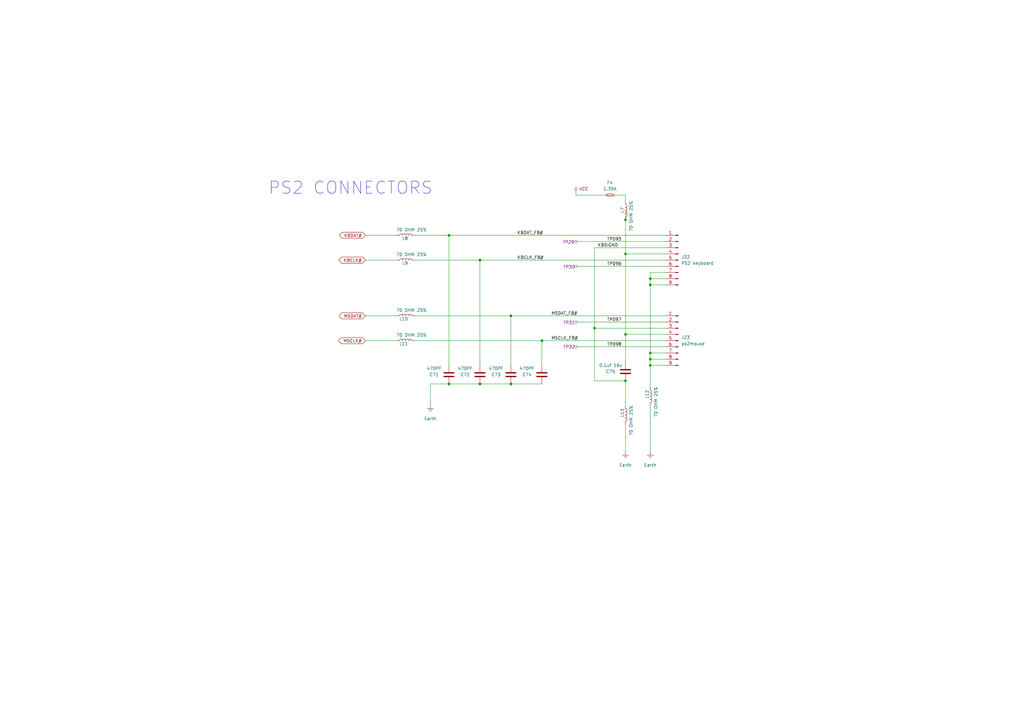
<source format=kicad_sch>
(kicad_sch
	(version 20241004)
	(generator "eeschema")
	(generator_version "8.99")
	(uuid "c21d09c4-6e55-413b-846c-46e45027be87")
	(paper "A3")
	(title_block
		(date "Thursday, April 09, 1998")
		(rev "1.0")
	)
	(lib_symbols
		(symbol "Connector:Conn_01x09_Pin"
			(pin_names
				(offset 1.016)
				(hide yes)
			)
			(exclude_from_sim no)
			(in_bom yes)
			(on_board yes)
			(property "Reference" "J"
				(at 0 12.7 0)
				(effects
					(font
						(size 1.27 1.27)
					)
				)
			)
			(property "Value" "Conn_01x09_Pin"
				(at 0 -12.7 0)
				(effects
					(font
						(size 1.27 1.27)
					)
				)
			)
			(property "Footprint" ""
				(at 0 0 0)
				(effects
					(font
						(size 1.27 1.27)
					)
					(hide yes)
				)
			)
			(property "Datasheet" "~"
				(at 0 0 0)
				(effects
					(font
						(size 1.27 1.27)
					)
					(hide yes)
				)
			)
			(property "Description" "Generic connector, single row, 01x09, script generated"
				(at 0 0 0)
				(effects
					(font
						(size 1.27 1.27)
					)
					(hide yes)
				)
			)
			(property "ki_locked" ""
				(at 0 0 0)
				(effects
					(font
						(size 1.27 1.27)
					)
				)
			)
			(property "ki_keywords" "connector"
				(at 0 0 0)
				(effects
					(font
						(size 1.27 1.27)
					)
					(hide yes)
				)
			)
			(property "ki_fp_filters" "Connector*:*_1x??_*"
				(at 0 0 0)
				(effects
					(font
						(size 1.27 1.27)
					)
					(hide yes)
				)
			)
			(symbol "Conn_01x09_Pin_1_1"
				(rectangle
					(start 0.8636 10.287)
					(end 0 10.033)
					(stroke
						(width 0.1524)
						(type default)
					)
					(fill
						(type outline)
					)
				)
				(rectangle
					(start 0.8636 7.747)
					(end 0 7.493)
					(stroke
						(width 0.1524)
						(type default)
					)
					(fill
						(type outline)
					)
				)
				(rectangle
					(start 0.8636 5.207)
					(end 0 4.953)
					(stroke
						(width 0.1524)
						(type default)
					)
					(fill
						(type outline)
					)
				)
				(rectangle
					(start 0.8636 2.667)
					(end 0 2.413)
					(stroke
						(width 0.1524)
						(type default)
					)
					(fill
						(type outline)
					)
				)
				(rectangle
					(start 0.8636 0.127)
					(end 0 -0.127)
					(stroke
						(width 0.1524)
						(type default)
					)
					(fill
						(type outline)
					)
				)
				(rectangle
					(start 0.8636 -2.413)
					(end 0 -2.667)
					(stroke
						(width 0.1524)
						(type default)
					)
					(fill
						(type outline)
					)
				)
				(rectangle
					(start 0.8636 -4.953)
					(end 0 -5.207)
					(stroke
						(width 0.1524)
						(type default)
					)
					(fill
						(type outline)
					)
				)
				(rectangle
					(start 0.8636 -7.493)
					(end 0 -7.747)
					(stroke
						(width 0.1524)
						(type default)
					)
					(fill
						(type outline)
					)
				)
				(rectangle
					(start 0.8636 -10.033)
					(end 0 -10.287)
					(stroke
						(width 0.1524)
						(type default)
					)
					(fill
						(type outline)
					)
				)
				(polyline
					(pts
						(xy 1.27 10.16) (xy 0.8636 10.16)
					)
					(stroke
						(width 0.1524)
						(type default)
					)
					(fill
						(type none)
					)
				)
				(polyline
					(pts
						(xy 1.27 7.62) (xy 0.8636 7.62)
					)
					(stroke
						(width 0.1524)
						(type default)
					)
					(fill
						(type none)
					)
				)
				(polyline
					(pts
						(xy 1.27 5.08) (xy 0.8636 5.08)
					)
					(stroke
						(width 0.1524)
						(type default)
					)
					(fill
						(type none)
					)
				)
				(polyline
					(pts
						(xy 1.27 2.54) (xy 0.8636 2.54)
					)
					(stroke
						(width 0.1524)
						(type default)
					)
					(fill
						(type none)
					)
				)
				(polyline
					(pts
						(xy 1.27 0) (xy 0.8636 0)
					)
					(stroke
						(width 0.1524)
						(type default)
					)
					(fill
						(type none)
					)
				)
				(polyline
					(pts
						(xy 1.27 -2.54) (xy 0.8636 -2.54)
					)
					(stroke
						(width 0.1524)
						(type default)
					)
					(fill
						(type none)
					)
				)
				(polyline
					(pts
						(xy 1.27 -5.08) (xy 0.8636 -5.08)
					)
					(stroke
						(width 0.1524)
						(type default)
					)
					(fill
						(type none)
					)
				)
				(polyline
					(pts
						(xy 1.27 -7.62) (xy 0.8636 -7.62)
					)
					(stroke
						(width 0.1524)
						(type default)
					)
					(fill
						(type none)
					)
				)
				(polyline
					(pts
						(xy 1.27 -10.16) (xy 0.8636 -10.16)
					)
					(stroke
						(width 0.1524)
						(type default)
					)
					(fill
						(type none)
					)
				)
				(pin passive line
					(at 5.08 10.16 180)
					(length 3.81)
					(name "Pin_1"
						(effects
							(font
								(size 1.27 1.27)
							)
						)
					)
					(number "1"
						(effects
							(font
								(size 1.27 1.27)
							)
						)
					)
				)
				(pin passive line
					(at 5.08 7.62 180)
					(length 3.81)
					(name "Pin_2"
						(effects
							(font
								(size 1.27 1.27)
							)
						)
					)
					(number "2"
						(effects
							(font
								(size 1.27 1.27)
							)
						)
					)
				)
				(pin passive line
					(at 5.08 5.08 180)
					(length 3.81)
					(name "Pin_3"
						(effects
							(font
								(size 1.27 1.27)
							)
						)
					)
					(number "3"
						(effects
							(font
								(size 1.27 1.27)
							)
						)
					)
				)
				(pin passive line
					(at 5.08 2.54 180)
					(length 3.81)
					(name "Pin_4"
						(effects
							(font
								(size 1.27 1.27)
							)
						)
					)
					(number "4"
						(effects
							(font
								(size 1.27 1.27)
							)
						)
					)
				)
				(pin passive line
					(at 5.08 0 180)
					(length 3.81)
					(name "Pin_5"
						(effects
							(font
								(size 1.27 1.27)
							)
						)
					)
					(number "5"
						(effects
							(font
								(size 1.27 1.27)
							)
						)
					)
				)
				(pin passive line
					(at 5.08 -2.54 180)
					(length 3.81)
					(name "Pin_6"
						(effects
							(font
								(size 1.27 1.27)
							)
						)
					)
					(number "6"
						(effects
							(font
								(size 1.27 1.27)
							)
						)
					)
				)
				(pin passive line
					(at 5.08 -5.08 180)
					(length 3.81)
					(name "Pin_7"
						(effects
							(font
								(size 1.27 1.27)
							)
						)
					)
					(number "7"
						(effects
							(font
								(size 1.27 1.27)
							)
						)
					)
				)
				(pin passive line
					(at 5.08 -7.62 180)
					(length 3.81)
					(name "Pin_8"
						(effects
							(font
								(size 1.27 1.27)
							)
						)
					)
					(number "8"
						(effects
							(font
								(size 1.27 1.27)
							)
						)
					)
				)
				(pin passive line
					(at 5.08 -10.16 180)
					(length 3.81)
					(name "Pin_9"
						(effects
							(font
								(size 1.27 1.27)
							)
						)
					)
					(number "9"
						(effects
							(font
								(size 1.27 1.27)
							)
						)
					)
				)
			)
			(embedded_fonts no)
		)
		(symbol "Device:C"
			(pin_numbers
				(hide yes)
			)
			(pin_names
				(offset 0.254)
			)
			(exclude_from_sim no)
			(in_bom yes)
			(on_board yes)
			(property "Reference" "C"
				(at 0.635 2.54 0)
				(effects
					(font
						(size 1.27 1.27)
					)
					(justify left)
				)
			)
			(property "Value" "C"
				(at 0.635 -2.54 0)
				(effects
					(font
						(size 1.27 1.27)
					)
					(justify left)
				)
			)
			(property "Footprint" ""
				(at 0.9652 -3.81 0)
				(effects
					(font
						(size 1.27 1.27)
					)
					(hide yes)
				)
			)
			(property "Datasheet" "~"
				(at 0 0 0)
				(effects
					(font
						(size 1.27 1.27)
					)
					(hide yes)
				)
			)
			(property "Description" "Unpolarized capacitor"
				(at 0 0 0)
				(effects
					(font
						(size 1.27 1.27)
					)
					(hide yes)
				)
			)
			(property "ki_keywords" "cap capacitor"
				(at 0 0 0)
				(effects
					(font
						(size 1.27 1.27)
					)
					(hide yes)
				)
			)
			(property "ki_fp_filters" "C_*"
				(at 0 0 0)
				(effects
					(font
						(size 1.27 1.27)
					)
					(hide yes)
				)
			)
			(symbol "C_0_1"
				(polyline
					(pts
						(xy -2.032 0.762) (xy 2.032 0.762)
					)
					(stroke
						(width 0.508)
						(type default)
					)
					(fill
						(type none)
					)
				)
				(polyline
					(pts
						(xy -2.032 -0.762) (xy 2.032 -0.762)
					)
					(stroke
						(width 0.508)
						(type default)
					)
					(fill
						(type none)
					)
				)
			)
			(symbol "C_1_1"
				(pin passive line
					(at 0 3.81 270)
					(length 2.794)
					(name "~"
						(effects
							(font
								(size 1.27 1.27)
							)
						)
					)
					(number "1"
						(effects
							(font
								(size 1.27 1.27)
							)
						)
					)
				)
				(pin passive line
					(at 0 -3.81 90)
					(length 2.794)
					(name "~"
						(effects
							(font
								(size 1.27 1.27)
							)
						)
					)
					(number "2"
						(effects
							(font
								(size 1.27 1.27)
							)
						)
					)
				)
			)
			(embedded_fonts no)
		)
		(symbol "Device:Fuse_Small"
			(pin_numbers
				(hide yes)
			)
			(pin_names
				(offset 0.254)
				(hide yes)
			)
			(exclude_from_sim no)
			(in_bom yes)
			(on_board yes)
			(property "Reference" "F"
				(at 0 -1.524 0)
				(effects
					(font
						(size 1.27 1.27)
					)
				)
			)
			(property "Value" "Fuse_Small"
				(at 0 1.524 0)
				(effects
					(font
						(size 1.27 1.27)
					)
				)
			)
			(property "Footprint" ""
				(at 0 0 0)
				(effects
					(font
						(size 1.27 1.27)
					)
					(hide yes)
				)
			)
			(property "Datasheet" "~"
				(at 0 0 0)
				(effects
					(font
						(size 1.27 1.27)
					)
					(hide yes)
				)
			)
			(property "Description" "Fuse, small symbol"
				(at 0 0 0)
				(effects
					(font
						(size 1.27 1.27)
					)
					(hide yes)
				)
			)
			(property "ki_keywords" "fuse"
				(at 0 0 0)
				(effects
					(font
						(size 1.27 1.27)
					)
					(hide yes)
				)
			)
			(property "ki_fp_filters" "*Fuse*"
				(at 0 0 0)
				(effects
					(font
						(size 1.27 1.27)
					)
					(hide yes)
				)
			)
			(symbol "Fuse_Small_0_1"
				(rectangle
					(start -1.27 0.508)
					(end 1.27 -0.508)
					(stroke
						(width 0)
						(type default)
					)
					(fill
						(type none)
					)
				)
				(polyline
					(pts
						(xy -1.27 0) (xy 1.27 0)
					)
					(stroke
						(width 0)
						(type default)
					)
					(fill
						(type none)
					)
				)
			)
			(symbol "Fuse_Small_1_1"
				(pin passive line
					(at -2.54 0 0)
					(length 1.27)
					(name "~"
						(effects
							(font
								(size 1.27 1.27)
							)
						)
					)
					(number "1"
						(effects
							(font
								(size 1.27 1.27)
							)
						)
					)
				)
				(pin passive line
					(at 2.54 0 180)
					(length 1.27)
					(name "~"
						(effects
							(font
								(size 1.27 1.27)
							)
						)
					)
					(number "2"
						(effects
							(font
								(size 1.27 1.27)
							)
						)
					)
				)
			)
			(embedded_fonts no)
		)
		(symbol "Device:L"
			(pin_numbers
				(hide yes)
			)
			(pin_names
				(offset 1.016)
				(hide yes)
			)
			(exclude_from_sim no)
			(in_bom yes)
			(on_board yes)
			(property "Reference" "L"
				(at -1.27 0 90)
				(effects
					(font
						(size 1.27 1.27)
					)
				)
			)
			(property "Value" "L"
				(at 1.905 0 90)
				(effects
					(font
						(size 1.27 1.27)
					)
				)
			)
			(property "Footprint" ""
				(at 0 0 0)
				(effects
					(font
						(size 1.27 1.27)
					)
					(hide yes)
				)
			)
			(property "Datasheet" "~"
				(at 0 0 0)
				(effects
					(font
						(size 1.27 1.27)
					)
					(hide yes)
				)
			)
			(property "Description" "Inductor"
				(at 0 0 0)
				(effects
					(font
						(size 1.27 1.27)
					)
					(hide yes)
				)
			)
			(property "ki_keywords" "inductor choke coil reactor magnetic"
				(at 0 0 0)
				(effects
					(font
						(size 1.27 1.27)
					)
					(hide yes)
				)
			)
			(property "ki_fp_filters" "Choke_* *Coil* Inductor_* L_*"
				(at 0 0 0)
				(effects
					(font
						(size 1.27 1.27)
					)
					(hide yes)
				)
			)
			(symbol "L_0_1"
				(arc
					(start 0 2.54)
					(mid 0.6323 1.905)
					(end 0 1.27)
					(stroke
						(width 0)
						(type default)
					)
					(fill
						(type none)
					)
				)
				(arc
					(start 0 1.27)
					(mid 0.6323 0.635)
					(end 0 0)
					(stroke
						(width 0)
						(type default)
					)
					(fill
						(type none)
					)
				)
				(arc
					(start 0 0)
					(mid 0.6323 -0.635)
					(end 0 -1.27)
					(stroke
						(width 0)
						(type default)
					)
					(fill
						(type none)
					)
				)
				(arc
					(start 0 -1.27)
					(mid 0.6323 -1.905)
					(end 0 -2.54)
					(stroke
						(width 0)
						(type default)
					)
					(fill
						(type none)
					)
				)
			)
			(symbol "L_1_1"
				(pin passive line
					(at 0 3.81 270)
					(length 1.27)
					(name "1"
						(effects
							(font
								(size 1.27 1.27)
							)
						)
					)
					(number "1"
						(effects
							(font
								(size 1.27 1.27)
							)
						)
					)
				)
				(pin passive line
					(at 0 -3.81 90)
					(length 1.27)
					(name "2"
						(effects
							(font
								(size 1.27 1.27)
							)
						)
					)
					(number "2"
						(effects
							(font
								(size 1.27 1.27)
							)
						)
					)
				)
			)
			(embedded_fonts no)
		)
		(symbol "power:Earth"
			(power)
			(pin_numbers
				(hide yes)
			)
			(pin_names
				(offset 0)
				(hide yes)
			)
			(exclude_from_sim no)
			(in_bom yes)
			(on_board yes)
			(property "Reference" "#PWR"
				(at 0 -6.35 0)
				(effects
					(font
						(size 1.27 1.27)
					)
					(hide yes)
				)
			)
			(property "Value" "Earth"
				(at 0 -3.81 0)
				(effects
					(font
						(size 1.27 1.27)
					)
				)
			)
			(property "Footprint" ""
				(at 0 0 0)
				(effects
					(font
						(size 1.27 1.27)
					)
					(hide yes)
				)
			)
			(property "Datasheet" "~"
				(at 0 0 0)
				(effects
					(font
						(size 1.27 1.27)
					)
					(hide yes)
				)
			)
			(property "Description" "Power symbol creates a global label with name \"Earth\""
				(at 0 0 0)
				(effects
					(font
						(size 1.27 1.27)
					)
					(hide yes)
				)
			)
			(property "ki_keywords" "global ground gnd"
				(at 0 0 0)
				(effects
					(font
						(size 1.27 1.27)
					)
					(hide yes)
				)
			)
			(symbol "Earth_0_1"
				(polyline
					(pts
						(xy -0.635 -1.905) (xy 0.635 -1.905)
					)
					(stroke
						(width 0)
						(type default)
					)
					(fill
						(type none)
					)
				)
				(polyline
					(pts
						(xy -0.127 -2.54) (xy 0.127 -2.54)
					)
					(stroke
						(width 0)
						(type default)
					)
					(fill
						(type none)
					)
				)
				(polyline
					(pts
						(xy 0 -1.27) (xy 0 0)
					)
					(stroke
						(width 0)
						(type default)
					)
					(fill
						(type none)
					)
				)
				(polyline
					(pts
						(xy 1.27 -1.27) (xy -1.27 -1.27)
					)
					(stroke
						(width 0)
						(type default)
					)
					(fill
						(type none)
					)
				)
			)
			(symbol "Earth_1_1"
				(pin power_in line
					(at 0 0 270)
					(length 0)
					(name "~"
						(effects
							(font
								(size 1.27 1.27)
							)
						)
					)
					(number "1"
						(effects
							(font
								(size 1.27 1.27)
							)
						)
					)
				)
			)
			(embedded_fonts no)
		)
	)
	(text "PS2 CONNECTORS"
		(exclude_from_sim no)
		(at 143.764 77.216 0)
		(effects
			(font
				(size 5 5)
			)
		)
		(uuid "1c147eec-365c-4a49-ba68-c72a3ce82c3f")
	)
	(junction
		(at 256.54 104.14)
		(diameter 0)
		(color 0 0 0 0)
		(uuid "02c9895a-5213-40a3-a98a-4f78cc7b2ac0")
	)
	(junction
		(at 256.54 90.17)
		(diameter 0)
		(color 0 0 0 0)
		(uuid "14118846-404b-4913-8c16-f67554c6f73a")
	)
	(junction
		(at 243.84 134.62)
		(diameter 0)
		(color 0 0 0 0)
		(uuid "2f078b03-fd7b-4f9f-a0a6-1e1c9262cacb")
	)
	(junction
		(at 196.85 157.48)
		(diameter 0)
		(color 0 0 0 0)
		(uuid "6b40d898-a283-4c1f-88b1-adcffd2aa090")
	)
	(junction
		(at 266.7 147.32)
		(diameter 0)
		(color 0 0 0 0)
		(uuid "7224427c-7287-4bcf-b0a3-0c9ae697069c")
	)
	(junction
		(at 266.7 116.84)
		(diameter 0)
		(color 0 0 0 0)
		(uuid "83e65454-ce4b-410a-8556-41db666ce0e6")
	)
	(junction
		(at 256.54 156.21)
		(diameter 0)
		(color 0 0 0 0)
		(uuid "8abb6969-407a-49d1-8f0e-9847bf72d024")
	)
	(junction
		(at 256.54 137.16)
		(diameter 0)
		(color 0 0 0 0)
		(uuid "94c09e6c-6517-4e85-bfcb-f501a0cf5384")
	)
	(junction
		(at 209.55 157.48)
		(diameter 0)
		(color 0 0 0 0)
		(uuid "af4491fb-4ddf-46a5-be90-135fc8edfc47")
	)
	(junction
		(at 222.25 139.7)
		(diameter 0)
		(color 0 0 0 0)
		(uuid "b40815b9-aa15-4aba-9273-838992919932")
	)
	(junction
		(at 184.15 157.48)
		(diameter 0)
		(color 0 0 0 0)
		(uuid "c740571b-9250-43eb-9790-1f9c97b90e9e")
	)
	(junction
		(at 266.7 149.86)
		(diameter 0)
		(color 0 0 0 0)
		(uuid "cbd6761a-2f14-42c0-938e-6285387c59b3")
	)
	(junction
		(at 184.15 96.52)
		(diameter 0)
		(color 0 0 0 0)
		(uuid "d51c5de0-2ff5-4d61-8dc3-cc03c591b7ae")
	)
	(junction
		(at 209.55 129.54)
		(diameter 0)
		(color 0 0 0 0)
		(uuid "e8692c24-5e12-4e82-b79b-24a83188b6a2")
	)
	(junction
		(at 196.85 106.68)
		(diameter 0)
		(color 0 0 0 0)
		(uuid "ee224e23-29f2-4da4-96c1-76f754ee5829")
	)
	(junction
		(at 266.7 114.3)
		(diameter 0)
		(color 0 0 0 0)
		(uuid "f13f4904-7c3c-4648-b92f-bd4f914deb16")
	)
	(junction
		(at 266.7 144.78)
		(diameter 0)
		(color 0 0 0 0)
		(uuid "fb77d2f4-8890-481c-9bc1-3d16b3c81cbb")
	)
	(wire
		(pts
			(xy 184.15 157.48) (xy 176.53 157.48)
		)
		(stroke
			(width 0)
			(type default)
		)
		(uuid "00bb5a30-7bd7-44f4-8211-7041d5135514")
	)
	(wire
		(pts
			(xy 256.54 82.55) (xy 256.54 80.01)
		)
		(stroke
			(width 0)
			(type default)
		)
		(uuid "02d7d5e4-ba03-46ac-beb4-fb9627d28547")
	)
	(wire
		(pts
			(xy 256.54 80.01) (xy 252.73 80.01)
		)
		(stroke
			(width 0)
			(type default)
		)
		(uuid "0395d924-9316-4308-be64-79b3c3973ccb")
	)
	(wire
		(pts
			(xy 222.25 139.7) (xy 273.05 139.7)
		)
		(stroke
			(width 0)
			(type default)
		)
		(uuid "055e3ade-e586-4cd1-8b4d-a718094e6ead")
	)
	(wire
		(pts
			(xy 266.7 149.86) (xy 266.7 158.75)
		)
		(stroke
			(width 0)
			(type default)
		)
		(uuid "0b32d3bb-5ea8-4301-9452-ef796005d1b4")
	)
	(wire
		(pts
			(xy 266.7 147.32) (xy 266.7 144.78)
		)
		(stroke
			(width 0)
			(type default)
		)
		(uuid "0c46cadc-5f61-48e7-8e8f-00e49c55600f")
	)
	(wire
		(pts
			(xy 266.7 111.76) (xy 273.05 111.76)
		)
		(stroke
			(width 0)
			(type default)
		)
		(uuid "0e230c03-870a-40ff-aaf5-e60e5e19e3fc")
	)
	(wire
		(pts
			(xy 256.54 86.36) (xy 256.54 90.17)
		)
		(stroke
			(width 0)
			(type default)
		)
		(uuid "0e63a8d3-9a39-49ba-8679-8fba062a4004")
	)
	(wire
		(pts
			(xy 236.22 80.01) (xy 247.65 80.01)
		)
		(stroke
			(width 0)
			(type default)
		)
		(uuid "13c6298e-2fde-4d42-b523-3c307c734e92")
	)
	(wire
		(pts
			(xy 149.86 129.54) (xy 162.56 129.54)
		)
		(stroke
			(width 0)
			(type default)
		)
		(uuid "14eec5df-7b55-44d8-9014-7aaef0a759e8")
	)
	(wire
		(pts
			(xy 170.18 96.52) (xy 184.15 96.52)
		)
		(stroke
			(width 0)
			(type default)
		)
		(uuid "17669168-9b54-4e0c-a2d5-b7fa773125a7")
	)
	(wire
		(pts
			(xy 196.85 106.68) (xy 273.05 106.68)
		)
		(stroke
			(width 0)
			(type default)
		)
		(uuid "17faf06e-c9fb-43b0-b3c2-8070a54cbc6f")
	)
	(wire
		(pts
			(xy 273.05 149.86) (xy 266.7 149.86)
		)
		(stroke
			(width 0)
			(type default)
		)
		(uuid "1ed0d494-f71c-4167-b3ea-fef6c9b48d19")
	)
	(wire
		(pts
			(xy 266.7 116.84) (xy 273.05 116.84)
		)
		(stroke
			(width 0)
			(type default)
		)
		(uuid "2b2fbae4-5c17-4690-b8d5-b50757fd75a1")
	)
	(wire
		(pts
			(xy 149.86 139.7) (xy 162.56 139.7)
		)
		(stroke
			(width 0)
			(type default)
		)
		(uuid "3287411d-94f8-4be7-9c0a-50557ca0f00c")
	)
	(wire
		(pts
			(xy 266.7 149.86) (xy 266.7 147.32)
		)
		(stroke
			(width 0)
			(type default)
		)
		(uuid "38a326fb-9333-44d4-a12c-9f022208d9a5")
	)
	(wire
		(pts
			(xy 222.25 157.48) (xy 209.55 157.48)
		)
		(stroke
			(width 0)
			(type default)
		)
		(uuid "39615f4e-835f-4fd2-96ad-ea748c5dafd3")
	)
	(wire
		(pts
			(xy 256.54 90.17) (xy 256.54 104.14)
		)
		(stroke
			(width 0)
			(type default)
		)
		(uuid "3fc51fbf-1a8a-4b94-8d76-8fc8e4e811bb")
	)
	(wire
		(pts
			(xy 243.84 101.6) (xy 273.05 101.6)
		)
		(stroke
			(width 0)
			(type default)
		)
		(uuid "4709d62e-1ca6-4441-a1a5-2019709ad4af")
	)
	(wire
		(pts
			(xy 256.54 156.21) (xy 256.54 166.37)
		)
		(stroke
			(width 0)
			(type default)
		)
		(uuid "48ea5a9f-5cd4-4f89-bf0b-1c54f0fe8be6")
	)
	(wire
		(pts
			(xy 243.84 156.21) (xy 256.54 156.21)
		)
		(stroke
			(width 0)
			(type default)
		)
		(uuid "50681797-e9a7-4f2d-acd0-3f3983842846")
	)
	(wire
		(pts
			(xy 209.55 157.48) (xy 196.85 157.48)
		)
		(stroke
			(width 0)
			(type default)
		)
		(uuid "51f4b8dd-6420-4d52-9c57-cf47e4e9adc7")
	)
	(wire
		(pts
			(xy 176.53 157.48) (xy 176.53 166.37)
		)
		(stroke
			(width 0)
			(type default)
		)
		(uuid "533ac4a5-c27a-4f77-80b4-10d65901defd")
	)
	(wire
		(pts
			(xy 266.7 116.84) (xy 266.7 114.3)
		)
		(stroke
			(width 0)
			(type default)
		)
		(uuid "562eee07-a230-443b-9ad4-73ef945c5da3")
	)
	(wire
		(pts
			(xy 256.54 137.16) (xy 273.05 137.16)
		)
		(stroke
			(width 0)
			(type default)
		)
		(uuid "6d4e725f-31f3-4639-ac38-1d0414ceb4f5")
	)
	(wire
		(pts
			(xy 222.25 139.7) (xy 222.25 149.86)
		)
		(stroke
			(width 0)
			(type default)
		)
		(uuid "6e7b23b6-a563-447c-96ca-e96f266284d6")
	)
	(wire
		(pts
			(xy 273.05 144.78) (xy 266.7 144.78)
		)
		(stroke
			(width 0)
			(type default)
		)
		(uuid "6f718fbd-3df5-4ed5-ab65-f700153d0e12")
	)
	(wire
		(pts
			(xy 256.54 104.14) (xy 256.54 137.16)
		)
		(stroke
			(width 0)
			(type default)
		)
		(uuid "77d439a3-d8ed-4a0f-bea7-0c854e6ef210")
	)
	(wire
		(pts
			(xy 238.76 99.06) (xy 273.05 99.06)
		)
		(stroke
			(width 0)
			(type default)
		)
		(uuid "838328ed-f7a9-4c09-9545-105ad4b43385")
	)
	(wire
		(pts
			(xy 266.7 114.3) (xy 273.05 114.3)
		)
		(stroke
			(width 0)
			(type default)
		)
		(uuid "857d403d-546a-4143-8a0c-6b615015b96a")
	)
	(wire
		(pts
			(xy 170.18 106.68) (xy 196.85 106.68)
		)
		(stroke
			(width 0)
			(type default)
		)
		(uuid "87c4cb92-5181-4cb6-b6f9-2a6fe8c9fbb1")
	)
	(wire
		(pts
			(xy 184.15 96.52) (xy 273.05 96.52)
		)
		(stroke
			(width 0)
			(type default)
		)
		(uuid "87c75ef9-d846-410c-bd0c-3e8dca3de80c")
	)
	(wire
		(pts
			(xy 256.54 173.99) (xy 256.54 185.42)
		)
		(stroke
			(width 0)
			(type default)
		)
		(uuid "9324a4a2-a9cb-4809-8f03-898ed705a246")
	)
	(wire
		(pts
			(xy 184.15 96.52) (xy 184.15 149.86)
		)
		(stroke
			(width 0)
			(type default)
		)
		(uuid "94a2c087-3602-4e11-894d-86b2d2650f6d")
	)
	(wire
		(pts
			(xy 266.7 144.78) (xy 266.7 116.84)
		)
		(stroke
			(width 0)
			(type default)
		)
		(uuid "94f7dd42-850e-4cf4-92c0-49ac30f2c17f")
	)
	(wire
		(pts
			(xy 149.86 106.68) (xy 162.56 106.68)
		)
		(stroke
			(width 0)
			(type default)
		)
		(uuid "aa6dd4b1-3e0e-44af-a20e-d94915133e0d")
	)
	(wire
		(pts
			(xy 238.76 142.24) (xy 273.05 142.24)
		)
		(stroke
			(width 0)
			(type default)
		)
		(uuid "ab14f500-7dd6-4f4e-b00b-aae7058854b1")
	)
	(wire
		(pts
			(xy 243.84 134.62) (xy 273.05 134.62)
		)
		(stroke
			(width 0)
			(type default)
		)
		(uuid "ae7b0388-b3df-474a-8304-42200f5deeac")
	)
	(wire
		(pts
			(xy 238.76 109.22) (xy 273.05 109.22)
		)
		(stroke
			(width 0)
			(type default)
		)
		(uuid "af5aa4b4-0555-482c-b0c7-73030068120f")
	)
	(wire
		(pts
			(xy 243.84 134.62) (xy 243.84 156.21)
		)
		(stroke
			(width 0)
			(type default)
		)
		(uuid "b0832f8d-4006-461b-8c64-61d056fbbc96")
	)
	(wire
		(pts
			(xy 266.7 114.3) (xy 266.7 111.76)
		)
		(stroke
			(width 0)
			(type default)
		)
		(uuid "bd18c3fe-9705-4c88-9512-daf87848d7dc")
	)
	(wire
		(pts
			(xy 209.55 129.54) (xy 209.55 149.86)
		)
		(stroke
			(width 0)
			(type default)
		)
		(uuid "bf0ea9f0-016c-40cb-8404-c878d41cbcfb")
	)
	(wire
		(pts
			(xy 243.84 101.6) (xy 243.84 134.62)
		)
		(stroke
			(width 0)
			(type default)
		)
		(uuid "c0bb8b3d-899b-4158-bede-a8abfd71f1ad")
	)
	(wire
		(pts
			(xy 256.54 137.16) (xy 256.54 148.59)
		)
		(stroke
			(width 0)
			(type default)
		)
		(uuid "c7a698b9-e7b2-4f39-8d36-5c9a9c8fb252")
	)
	(wire
		(pts
			(xy 273.05 147.32) (xy 266.7 147.32)
		)
		(stroke
			(width 0)
			(type default)
		)
		(uuid "cb774e67-259e-4775-a4d4-b71ca1e5eaa1")
	)
	(wire
		(pts
			(xy 196.85 157.48) (xy 184.15 157.48)
		)
		(stroke
			(width 0)
			(type default)
		)
		(uuid "d2ad6d93-81f7-44c7-a999-701167196f8b")
	)
	(wire
		(pts
			(xy 256.54 104.14) (xy 273.05 104.14)
		)
		(stroke
			(width 0)
			(type default)
		)
		(uuid "d3dfd2dc-d3ec-4e41-9fe9-085a004b4f54")
	)
	(wire
		(pts
			(xy 149.86 96.52) (xy 162.56 96.52)
		)
		(stroke
			(width 0)
			(type default)
		)
		(uuid "d7885c6a-4a59-4b3a-91cf-f2394fee9ece")
	)
	(wire
		(pts
			(xy 170.18 129.54) (xy 209.55 129.54)
		)
		(stroke
			(width 0)
			(type default)
		)
		(uuid "ec5f6c54-1438-4fb1-a82e-4167237d9ebd")
	)
	(wire
		(pts
			(xy 209.55 129.54) (xy 273.05 129.54)
		)
		(stroke
			(width 0)
			(type default)
		)
		(uuid "f606e195-a144-4ff9-8b4e-4122da39ffb0")
	)
	(wire
		(pts
			(xy 238.76 132.08) (xy 273.05 132.08)
		)
		(stroke
			(width 0)
			(type default)
		)
		(uuid "f74dc522-9c40-4992-9a7d-0ec5782998e5")
	)
	(wire
		(pts
			(xy 170.18 139.7) (xy 222.25 139.7)
		)
		(stroke
			(width 0)
			(type default)
		)
		(uuid "fbf6eb6b-04cc-47d7-b8d3-3785b3faf446")
	)
	(wire
		(pts
			(xy 266.7 166.37) (xy 266.7 185.42)
		)
		(stroke
			(width 0)
			(type default)
		)
		(uuid "fd69f92f-37b0-4702-993b-2f41a7a89aec")
	)
	(wire
		(pts
			(xy 196.85 106.68) (xy 196.85 149.86)
		)
		(stroke
			(width 0)
			(type default)
		)
		(uuid "feaeb0d8-fa10-4a68-a54b-4168a48deae1")
	)
	(label "TP095"
		(at 248.92 99.06 0)
		(fields_autoplaced yes)
		(effects
			(font
				(size 1.27 1.27)
			)
			(justify left bottom)
		)
		(uuid "0e1bc7bd-12ba-44e2-9f1e-7f31b3998d0c")
	)
	(label "TP096"
		(at 248.92 109.22 0)
		(fields_autoplaced yes)
		(effects
			(font
				(size 1.27 1.27)
			)
			(justify left bottom)
		)
		(uuid "53730b13-a51b-4f02-8033-1a06a7ad2bdd")
	)
	(label "KBDAT_FB#"
		(at 212.09 96.52 0)
		(fields_autoplaced yes)
		(effects
			(font
				(size 1.27 1.27)
			)
			(justify left bottom)
		)
		(uuid "87dd1158-8702-4919-a044-80fe5ed8c11b")
	)
	(label "TP097"
		(at 248.92 132.08 0)
		(fields_autoplaced yes)
		(effects
			(font
				(size 1.27 1.27)
			)
			(justify left bottom)
		)
		(uuid "9709533d-0198-4821-aa0f-0024be07bcbb")
	)
	(label "TP098"
		(at 248.92 142.24 0)
		(fields_autoplaced yes)
		(effects
			(font
				(size 1.27 1.27)
			)
			(justify left bottom)
		)
		(uuid "d35a3c74-14b6-4686-bd89-aadc99bb123e")
	)
	(label "KBCLK_FB#"
		(at 212.09 106.68 0)
		(fields_autoplaced yes)
		(effects
			(font
				(size 1.27 1.27)
			)
			(justify left bottom)
		)
		(uuid "d5f7e9d6-5d49-48ca-99a8-a667afc4fa53")
	)
	(label "MSDAT_FB#"
		(at 226.06 129.54 0)
		(fields_autoplaced yes)
		(effects
			(font
				(size 1.27 1.27)
			)
			(justify left bottom)
		)
		(uuid "f85d8baa-df3b-4b1e-923e-0c552a0a78d2")
	)
	(label "KBSIGND"
		(at 245.11 101.6 0)
		(fields_autoplaced yes)
		(effects
			(font
				(size 1.27 1.27)
			)
			(justify left bottom)
		)
		(uuid "f91f2b8b-c5e2-4cc0-9468-26587835f35a")
	)
	(label "MSCLK_FB#"
		(at 226.06 139.7 0)
		(fields_autoplaced yes)
		(effects
			(font
				(size 1.27 1.27)
			)
			(justify left bottom)
		)
		(uuid "fc1ea944-2df7-431e-9155-69d6c39ca12e")
	)
	(global_label "MSDAT#"
		(shape bidirectional)
		(at 149.86 129.54 180)
		(fields_autoplaced yes)
		(effects
			(font
				(size 1.27 1.27)
			)
			(justify right)
		)
		(uuid "60532fab-2804-41df-b518-8be2d605f5f0")
		(property "Intersheetrefs" "${INTERSHEET_REFS}"
			(at 138.5064 129.54 0)
			(effects
				(font
					(size 1.27 1.27)
				)
				(justify right)
				(hide yes)
			)
		)
	)
	(global_label "KBCLK#"
		(shape bidirectional)
		(at 149.86 106.68 180)
		(fields_autoplaced yes)
		(effects
			(font
				(size 1.27 1.27)
			)
			(justify right)
		)
		(uuid "7d869ce0-b54a-44c5-86fa-c0e860a6eebc")
		(property "Intersheetrefs" "${INTERSHEET_REFS}"
			(at 138.3854 106.68 0)
			(effects
				(font
					(size 1.27 1.27)
				)
				(justify right)
				(hide yes)
			)
		)
	)
	(global_label "KBDAT#"
		(shape bidirectional)
		(at 149.86 96.52 180)
		(fields_autoplaced yes)
		(effects
			(font
				(size 1.27 1.27)
			)
			(justify right)
		)
		(uuid "8b31d3a4-f121-4024-96b0-ebc1862c6e57")
		(property "Intersheetrefs" "${INTERSHEET_REFS}"
			(at 138.6273 96.52 0)
			(effects
				(font
					(size 1.27 1.27)
				)
				(justify right)
				(hide yes)
			)
		)
	)
	(global_label "MSCLK#"
		(shape bidirectional)
		(at 149.86 139.7 180)
		(fields_autoplaced yes)
		(effects
			(font
				(size 1.27 1.27)
			)
			(justify right)
		)
		(uuid "efee366a-da3d-4a66-8de9-cb382d00183f")
		(property "Intersheetrefs" "${INTERSHEET_REFS}"
			(at 138.2645 139.7 0)
			(effects
				(font
					(size 1.27 1.27)
				)
				(justify right)
				(hide yes)
			)
		)
	)
	(netclass_flag ""
		(length 2.54)
		(shape round)
		(at 238.76 99.06 90)
		(effects
			(font
				(size 1.27 1.27)
			)
			(justify left bottom)
		)
		(uuid "0f0a840e-6ef1-44a7-8111-6681cf9550b4")
		(property "Netclass" "TP29"
			(at 230.632 99.314 0)
			(effects
				(font
					(size 1.27 1.27)
					(italic yes)
				)
				(justify left)
			)
		)
	)
	(netclass_flag ""
		(length 2.54)
		(shape round)
		(at 238.76 132.08 90)
		(effects
			(font
				(size 1.27 1.27)
			)
			(justify left bottom)
		)
		(uuid "633d1882-afa6-492d-be4b-f5fc3a3a4c9e")
		(property "Netclass" "TP31"
			(at 230.886 132.334 0)
			(effects
				(font
					(size 1.27 1.27)
					(italic yes)
				)
				(justify left)
			)
		)
	)
	(netclass_flag ""
		(length 2.54)
		(shape round)
		(at 238.76 142.24 90)
		(effects
			(font
				(size 1.27 1.27)
			)
			(justify left bottom)
		)
		(uuid "91ff4f5e-e88d-47ea-9029-bb1472f3ba16")
		(property "Netclass" "TP32"
			(at 230.886 142.24 0)
			(effects
				(font
					(size 1.27 1.27)
					(italic yes)
				)
				(justify left)
			)
		)
	)
	(netclass_flag ""
		(length 2.54)
		(shape round)
		(at 236.22 80.01 0)
		(effects
			(font
				(size 1.27 1.27)
			)
			(justify left bottom)
		)
		(uuid "d032aaa2-8ada-464c-a7ec-0faea2d34a2c")
		(property "Netclass" "VCC"
			(at 237.49 77.47 0)
			(effects
				(font
					(size 1.27 1.27)
					(italic yes)
				)
				(justify left)
			)
		)
	)
	(netclass_flag ""
		(length 2.54)
		(shape round)
		(at 238.76 109.22 90)
		(effects
			(font
				(size 1.27 1.27)
			)
			(justify left bottom)
		)
		(uuid "ec73455c-b9d6-4c4c-b211-ce9d9afe294d")
		(property "Netclass" "TP30"
			(at 230.886 109.474 0)
			(effects
				(font
					(size 1.27 1.27)
					(italic yes)
				)
				(justify left)
			)
		)
	)
	(symbol
		(lib_id "Connector:Conn_01x09_Pin")
		(at 278.13 106.68 0)
		(mirror y)
		(unit 1)
		(exclude_from_sim no)
		(in_bom yes)
		(on_board yes)
		(dnp no)
		(fields_autoplaced yes)
		(uuid "15965c3a-e73a-4475-9a67-4e552f60ed1c")
		(property "Reference" "J22"
			(at 279.4 105.4099 0)
			(effects
				(font
					(size 1.27 1.27)
				)
				(justify right)
			)
		)
		(property "Value" "PS2 keyboard"
			(at 279.4 107.9499 0)
			(effects
				(font
					(size 1.27 1.27)
				)
				(justify right)
			)
		)
		(property "Footprint" "Connector_PinHeader_1.27mm:PinHeader_1x09_P1.27mm_Horizontal"
			(at 278.13 106.68 0)
			(effects
				(font
					(size 1.27 1.27)
				)
				(hide yes)
			)
		)
		(property "Datasheet" "~"
			(at 278.13 106.68 0)
			(effects
				(font
					(size 1.27 1.27)
				)
				(hide yes)
			)
		)
		(property "Description" "Generic connector, single row, 01x09, script generated"
			(at 278.13 106.68 0)
			(effects
				(font
					(size 1.27 1.27)
				)
				(hide yes)
			)
		)
		(pin "2"
			(uuid "33332677-38e5-419e-bbf4-af4ff0c77279")
		)
		(pin "8"
			(uuid "ea07a288-5959-40c0-930c-e81acf70d50a")
		)
		(pin "5"
			(uuid "bafae6f4-f003-4d18-acd7-0ea000a0a15d")
		)
		(pin "6"
			(uuid "e14b5ce8-1887-4f50-b2ec-027b2b8458aa")
		)
		(pin "3"
			(uuid "60e539af-071a-421c-b64d-6672e8693401")
		)
		(pin "1"
			(uuid "34ee807e-af6b-414f-909b-7d9bcbd1c0cf")
		)
		(pin "9"
			(uuid "94ef418d-4920-4e83-9d3f-6e6d7e6742d2")
		)
		(pin "7"
			(uuid "b0a2d376-743f-469b-8af7-2fe3263e572a")
		)
		(pin "4"
			(uuid "431b0c5b-eede-4c47-ba1b-61a9ca5c49f4")
		)
		(instances
			(project "440BX REFERENCE DESIGN"
				(path "/373c3af7-3bc7-49b4-93d6-3114ef59c408/cb7401be-6441-4669-a469-cab4d3dca15b"
					(reference "J22")
					(unit 1)
				)
			)
		)
	)
	(symbol
		(lib_id "Device:L")
		(at 166.37 106.68 90)
		(unit 1)
		(exclude_from_sim no)
		(in_bom yes)
		(on_board yes)
		(dnp no)
		(uuid "1bff1289-e320-43a3-8464-c54feadda939")
		(property "Reference" "L9"
			(at 167.386 107.95 90)
			(effects
				(font
					(size 1.27 1.27)
				)
				(justify left)
			)
		)
		(property "Value" "70 OHM 25%"
			(at 175.006 104.394 90)
			(effects
				(font
					(size 1.27 1.27)
				)
				(justify left)
			)
		)
		(property "Footprint" "Inductor_SMD:L_1206_3216Metric"
			(at 166.37 106.68 0)
			(effects
				(font
					(size 1.27 1.27)
				)
				(hide yes)
			)
		)
		(property "Datasheet" "~"
			(at 166.37 106.68 0)
			(effects
				(font
					(size 1.27 1.27)
				)
				(hide yes)
			)
		)
		(property "Description" "Inductor"
			(at 166.37 106.68 0)
			(effects
				(font
					(size 1.27 1.27)
				)
				(hide yes)
			)
		)
		(pin "1"
			(uuid "1da05aa8-2622-4473-b3b3-2d675a7c7338")
		)
		(pin "2"
			(uuid "5a007374-2a01-40e3-bd5b-75fd1425f9c5")
		)
		(instances
			(project "440BX REFERENCE DESIGN"
				(path "/373c3af7-3bc7-49b4-93d6-3114ef59c408/cb7401be-6441-4669-a469-cab4d3dca15b"
					(reference "L9")
					(unit 1)
				)
			)
		)
	)
	(symbol
		(lib_id "Device:Fuse_Small")
		(at 250.19 80.01 0)
		(unit 1)
		(exclude_from_sim no)
		(in_bom yes)
		(on_board yes)
		(dnp no)
		(fields_autoplaced yes)
		(uuid "2afc9b8e-d81c-4971-9312-879234376909")
		(property "Reference" "F4"
			(at 250.19 74.93 0)
			(effects
				(font
					(size 1.27 1.27)
				)
			)
		)
		(property "Value" "1.35A"
			(at 250.19 77.47 0)
			(effects
				(font
					(size 1.27 1.27)
				)
			)
		)
		(property "Footprint" "Fuse:Fuse_1206_3216Metric"
			(at 250.19 80.01 0)
			(effects
				(font
					(size 1.27 1.27)
				)
				(hide yes)
			)
		)
		(property "Datasheet" "~"
			(at 250.19 80.01 0)
			(effects
				(font
					(size 1.27 1.27)
				)
				(hide yes)
			)
		)
		(property "Description" "Fuse, small symbol"
			(at 250.19 80.01 0)
			(effects
				(font
					(size 1.27 1.27)
				)
				(hide yes)
			)
		)
		(pin "2"
			(uuid "6813e553-b491-4ade-a52e-d08bc1a30bf4")
		)
		(pin "1"
			(uuid "97104538-aba3-4691-a859-8f211865d174")
		)
		(instances
			(project "440BX REFERENCE DESIGN"
				(path "/373c3af7-3bc7-49b4-93d6-3114ef59c408/cb7401be-6441-4669-a469-cab4d3dca15b"
					(reference "F4")
					(unit 1)
				)
			)
		)
	)
	(symbol
		(lib_id "power:Earth")
		(at 256.54 185.42 0)
		(unit 1)
		(exclude_from_sim no)
		(in_bom yes)
		(on_board yes)
		(dnp no)
		(fields_autoplaced yes)
		(uuid "395b80a5-78f1-4e37-885a-95ea69544b06")
		(property "Reference" "#PWR017002"
			(at 256.54 191.77 0)
			(effects
				(font
					(size 1.27 1.27)
				)
				(hide yes)
			)
		)
		(property "Value" "Earth"
			(at 256.54 190.754 0)
			(effects
				(font
					(size 1.27 1.27)
				)
			)
		)
		(property "Footprint" ""
			(at 256.54 185.42 0)
			(effects
				(font
					(size 1.27 1.27)
				)
				(hide yes)
			)
		)
		(property "Datasheet" "~"
			(at 256.54 185.42 0)
			(effects
				(font
					(size 1.27 1.27)
				)
				(hide yes)
			)
		)
		(property "Description" "Power symbol creates a global label with name \"Earth\""
			(at 256.54 185.42 0)
			(effects
				(font
					(size 1.27 1.27)
				)
				(hide yes)
			)
		)
		(pin "1"
			(uuid "e05d470b-72bb-412f-84b6-eadf766b178d")
		)
		(instances
			(project "440BX REFERENCE DESIGN"
				(path "/373c3af7-3bc7-49b4-93d6-3114ef59c408/cb7401be-6441-4669-a469-cab4d3dca15b"
					(reference "#PWR017002")
					(unit 1)
				)
			)
		)
	)
	(symbol
		(lib_id "Device:C")
		(at 184.15 153.67 0)
		(unit 1)
		(exclude_from_sim no)
		(in_bom yes)
		(on_board yes)
		(dnp no)
		(uuid "40016cc2-a1df-4e34-9c2b-132832fd6b6f")
		(property "Reference" "C71"
			(at 178.054 153.67 0)
			(effects
				(font
					(size 1.27 1.27)
				)
			)
		)
		(property "Value" "470PF"
			(at 178.054 151.13 0)
			(effects
				(font
					(size 1.27 1.27)
				)
			)
		)
		(property "Footprint" "Capacitor_SMD:C_0201_0603Metric"
			(at 185.1152 157.48 0)
			(effects
				(font
					(size 1.27 1.27)
				)
				(hide yes)
			)
		)
		(property "Datasheet" "~"
			(at 184.15 153.67 0)
			(effects
				(font
					(size 1.27 1.27)
				)
				(hide yes)
			)
		)
		(property "Description" "Unpolarized capacitor"
			(at 184.15 153.67 0)
			(effects
				(font
					(size 1.27 1.27)
				)
				(hide yes)
			)
		)
		(pin "2"
			(uuid "55a09dca-699d-41d7-9660-4269f012e84c")
		)
		(pin "1"
			(uuid "721509fb-921f-4f2e-b101-0e7250b45ade")
		)
		(instances
			(project "440BX REFERENCE DESIGN"
				(path "/373c3af7-3bc7-49b4-93d6-3114ef59c408/cb7401be-6441-4669-a469-cab4d3dca15b"
					(reference "C71")
					(unit 1)
				)
			)
		)
	)
	(symbol
		(lib_id "Device:L")
		(at 166.37 139.7 90)
		(unit 1)
		(exclude_from_sim no)
		(in_bom yes)
		(on_board yes)
		(dnp no)
		(uuid "461312f9-b3e3-4210-ae28-a0ff1e2e673c")
		(property "Reference" "L11"
			(at 167.386 140.97 90)
			(effects
				(font
					(size 1.27 1.27)
				)
				(justify left)
			)
		)
		(property "Value" "70 OHM 25%"
			(at 175.006 137.414 90)
			(effects
				(font
					(size 1.27 1.27)
				)
				(justify left)
			)
		)
		(property "Footprint" "Inductor_SMD:L_1206_3216Metric"
			(at 166.37 139.7 0)
			(effects
				(font
					(size 1.27 1.27)
				)
				(hide yes)
			)
		)
		(property "Datasheet" "~"
			(at 166.37 139.7 0)
			(effects
				(font
					(size 1.27 1.27)
				)
				(hide yes)
			)
		)
		(property "Description" "Inductor"
			(at 166.37 139.7 0)
			(effects
				(font
					(size 1.27 1.27)
				)
				(hide yes)
			)
		)
		(pin "1"
			(uuid "6c5ead32-f0a5-4af0-a9ec-73617b0cfb3e")
		)
		(pin "2"
			(uuid "a5f3eb17-4805-4be3-bf32-17dd073209c3")
		)
		(instances
			(project "440BX REFERENCE DESIGN"
				(path "/373c3af7-3bc7-49b4-93d6-3114ef59c408/cb7401be-6441-4669-a469-cab4d3dca15b"
					(reference "L11")
					(unit 1)
				)
			)
		)
	)
	(symbol
		(lib_id "Device:L")
		(at 166.37 96.52 90)
		(unit 1)
		(exclude_from_sim no)
		(in_bom yes)
		(on_board yes)
		(dnp no)
		(uuid "5f3a5e04-0291-403a-bb7f-e2158f90c252")
		(property "Reference" "L8"
			(at 167.386 97.79 90)
			(effects
				(font
					(size 1.27 1.27)
				)
				(justify left)
			)
		)
		(property "Value" "70 OHM 25%"
			(at 175.006 94.234 90)
			(effects
				(font
					(size 1.27 1.27)
				)
				(justify left)
			)
		)
		(property "Footprint" "Inductor_SMD:L_1206_3216Metric"
			(at 166.37 96.52 0)
			(effects
				(font
					(size 1.27 1.27)
				)
				(hide yes)
			)
		)
		(property "Datasheet" "~"
			(at 166.37 96.52 0)
			(effects
				(font
					(size 1.27 1.27)
				)
				(hide yes)
			)
		)
		(property "Description" "Inductor"
			(at 166.37 96.52 0)
			(effects
				(font
					(size 1.27 1.27)
				)
				(hide yes)
			)
		)
		(pin "1"
			(uuid "080290bd-b54f-42be-b9de-e6f4da210c00")
		)
		(pin "2"
			(uuid "8f7051d9-abab-4ab1-8743-029baf5bb6a9")
		)
		(instances
			(project "440BX REFERENCE DESIGN"
				(path "/373c3af7-3bc7-49b4-93d6-3114ef59c408/cb7401be-6441-4669-a469-cab4d3dca15b"
					(reference "L8")
					(unit 1)
				)
			)
		)
	)
	(symbol
		(lib_id "Connector:Conn_01x09_Pin")
		(at 278.13 139.7 0)
		(mirror y)
		(unit 1)
		(exclude_from_sim no)
		(in_bom yes)
		(on_board yes)
		(dnp no)
		(fields_autoplaced yes)
		(uuid "634bd3a8-8905-46ca-9ce1-4d0a93f7586d")
		(property "Reference" "J23"
			(at 279.4 138.4299 0)
			(effects
				(font
					(size 1.27 1.27)
				)
				(justify right)
			)
		)
		(property "Value" "ps2mouse"
			(at 279.4 140.9699 0)
			(effects
				(font
					(size 1.27 1.27)
				)
				(justify right)
			)
		)
		(property "Footprint" "Connector_PinHeader_1.27mm:PinHeader_1x09_P1.27mm_Horizontal"
			(at 278.13 139.7 0)
			(effects
				(font
					(size 1.27 1.27)
				)
				(hide yes)
			)
		)
		(property "Datasheet" "~"
			(at 278.13 139.7 0)
			(effects
				(font
					(size 1.27 1.27)
				)
				(hide yes)
			)
		)
		(property "Description" "Generic connector, single row, 01x09, script generated"
			(at 278.13 139.7 0)
			(effects
				(font
					(size 1.27 1.27)
				)
				(hide yes)
			)
		)
		(pin "1"
			(uuid "5a3c5de1-4fb5-46ac-a6ac-90622273c5c6")
		)
		(pin "4"
			(uuid "a1bf67e2-0295-46d4-a82b-f4b379c6df1d")
		)
		(pin "9"
			(uuid "658487e9-993d-4486-8849-72f9e1596d65")
		)
		(pin "5"
			(uuid "f205f4bf-6c39-446e-86b1-84f61ad10fa6")
		)
		(pin "2"
			(uuid "85eaa550-f2ae-4a9e-a6ff-23318e5ecec3")
		)
		(pin "7"
			(uuid "9e5fe99b-0d53-47a7-8ca0-ebbada541695")
		)
		(pin "6"
			(uuid "c81595f6-b1b9-47a2-b803-cce9ba7c3915")
		)
		(pin "3"
			(uuid "f73d31b3-36a9-4330-84e9-4b358b18ebef")
		)
		(pin "8"
			(uuid "98aa7dca-8a05-4c32-8690-fd434a9a0552")
		)
		(instances
			(project "440BX REFERENCE DESIGN"
				(path "/373c3af7-3bc7-49b4-93d6-3114ef59c408/cb7401be-6441-4669-a469-cab4d3dca15b"
					(reference "J23")
					(unit 1)
				)
			)
		)
	)
	(symbol
		(lib_id "Device:C")
		(at 222.25 153.67 0)
		(unit 1)
		(exclude_from_sim no)
		(in_bom yes)
		(on_board yes)
		(dnp no)
		(uuid "7014c1b6-8d63-4b99-90c5-8dc00eb319c4")
		(property "Reference" "C74"
			(at 216.154 153.67 0)
			(effects
				(font
					(size 1.27 1.27)
				)
			)
		)
		(property "Value" "470PF"
			(at 216.154 151.13 0)
			(effects
				(font
					(size 1.27 1.27)
				)
			)
		)
		(property "Footprint" "Capacitor_SMD:C_0201_0603Metric"
			(at 223.2152 157.48 0)
			(effects
				(font
					(size 1.27 1.27)
				)
				(hide yes)
			)
		)
		(property "Datasheet" "~"
			(at 222.25 153.67 0)
			(effects
				(font
					(size 1.27 1.27)
				)
				(hide yes)
			)
		)
		(property "Description" "Unpolarized capacitor"
			(at 222.25 153.67 0)
			(effects
				(font
					(size 1.27 1.27)
				)
				(hide yes)
			)
		)
		(pin "2"
			(uuid "d77a8d12-ede7-4a2a-9b84-eff441cf338e")
		)
		(pin "1"
			(uuid "fa7b67c7-4344-4cc9-b643-4811530860f6")
		)
		(instances
			(project "440BX REFERENCE DESIGN"
				(path "/373c3af7-3bc7-49b4-93d6-3114ef59c408/cb7401be-6441-4669-a469-cab4d3dca15b"
					(reference "C74")
					(unit 1)
				)
			)
		)
	)
	(symbol
		(lib_id "Device:L")
		(at 266.7 162.56 0)
		(unit 1)
		(exclude_from_sim no)
		(in_bom yes)
		(on_board yes)
		(dnp no)
		(uuid "823192d0-71f3-4f8c-b226-6456e8804ec5")
		(property "Reference" "L12"
			(at 265.43 163.576 90)
			(effects
				(font
					(size 1.27 1.27)
				)
				(justify left)
			)
		)
		(property "Value" "70 OHM 25%"
			(at 268.986 171.196 90)
			(effects
				(font
					(size 1.27 1.27)
				)
				(justify left)
			)
		)
		(property "Footprint" "Inductor_SMD:L_1206_3216Metric"
			(at 266.7 162.56 0)
			(effects
				(font
					(size 1.27 1.27)
				)
				(hide yes)
			)
		)
		(property "Datasheet" "~"
			(at 266.7 162.56 0)
			(effects
				(font
					(size 1.27 1.27)
				)
				(hide yes)
			)
		)
		(property "Description" "Inductor"
			(at 266.7 162.56 0)
			(effects
				(font
					(size 1.27 1.27)
				)
				(hide yes)
			)
		)
		(pin "1"
			(uuid "b77f9dd5-3af8-4c07-b7c0-7e09b0634cec")
		)
		(pin "2"
			(uuid "9d151b5f-666b-43be-b374-48161ec6e6a4")
		)
		(instances
			(project "440BX REFERENCE DESIGN"
				(path "/373c3af7-3bc7-49b4-93d6-3114ef59c408/cb7401be-6441-4669-a469-cab4d3dca15b"
					(reference "L12")
					(unit 1)
				)
			)
		)
	)
	(symbol
		(lib_id "Device:C")
		(at 256.54 152.4 0)
		(unit 1)
		(exclude_from_sim no)
		(in_bom yes)
		(on_board yes)
		(dnp no)
		(uuid "8bd3f911-e3f2-4b31-87de-b3033b819059")
		(property "Reference" "C75"
			(at 250.444 152.4 0)
			(effects
				(font
					(size 1.27 1.27)
				)
			)
		)
		(property "Value" "0.1uf 16v"
			(at 250.444 149.86 0)
			(effects
				(font
					(size 1.27 1.27)
				)
			)
		)
		(property "Footprint" "Capacitor_SMD:C_0201_0603Metric"
			(at 257.5052 156.21 0)
			(effects
				(font
					(size 1.27 1.27)
				)
				(hide yes)
			)
		)
		(property "Datasheet" "~"
			(at 256.54 152.4 0)
			(effects
				(font
					(size 1.27 1.27)
				)
				(hide yes)
			)
		)
		(property "Description" "Unpolarized capacitor"
			(at 256.54 152.4 0)
			(effects
				(font
					(size 1.27 1.27)
				)
				(hide yes)
			)
		)
		(pin "2"
			(uuid "832ad2ff-75df-4d55-898e-e17190c1c0a4")
		)
		(pin "1"
			(uuid "816e94c8-49cf-489f-8805-4e5b017f1361")
		)
		(instances
			(project "440BX REFERENCE DESIGN"
				(path "/373c3af7-3bc7-49b4-93d6-3114ef59c408/cb7401be-6441-4669-a469-cab4d3dca15b"
					(reference "C75")
					(unit 1)
				)
			)
		)
	)
	(symbol
		(lib_id "Device:C")
		(at 196.85 153.67 0)
		(unit 1)
		(exclude_from_sim no)
		(in_bom yes)
		(on_board yes)
		(dnp no)
		(uuid "9388a299-b4de-428e-93d0-fe732e016ca2")
		(property "Reference" "C72"
			(at 190.754 153.67 0)
			(effects
				(font
					(size 1.27 1.27)
				)
			)
		)
		(property "Value" "470PF"
			(at 190.754 151.13 0)
			(effects
				(font
					(size 1.27 1.27)
				)
			)
		)
		(property "Footprint" "Capacitor_SMD:C_0201_0603Metric"
			(at 197.8152 157.48 0)
			(effects
				(font
					(size 1.27 1.27)
				)
				(hide yes)
			)
		)
		(property "Datasheet" "~"
			(at 196.85 153.67 0)
			(effects
				(font
					(size 1.27 1.27)
				)
				(hide yes)
			)
		)
		(property "Description" "Unpolarized capacitor"
			(at 196.85 153.67 0)
			(effects
				(font
					(size 1.27 1.27)
				)
				(hide yes)
			)
		)
		(pin "2"
			(uuid "3f4a4626-7adc-4017-90d0-88772544efab")
		)
		(pin "1"
			(uuid "33137f44-f07a-49e7-948b-0e0b115f01e9")
		)
		(instances
			(project "440BX REFERENCE DESIGN"
				(path "/373c3af7-3bc7-49b4-93d6-3114ef59c408/cb7401be-6441-4669-a469-cab4d3dca15b"
					(reference "C72")
					(unit 1)
				)
			)
		)
	)
	(symbol
		(lib_id "power:Earth")
		(at 176.53 166.37 0)
		(unit 1)
		(exclude_from_sim no)
		(in_bom yes)
		(on_board yes)
		(dnp no)
		(fields_autoplaced yes)
		(uuid "a86678a6-dcb2-41f6-8385-1fb0766d17b4")
		(property "Reference" "#PWR017001"
			(at 176.53 172.72 0)
			(effects
				(font
					(size 1.27 1.27)
				)
				(hide yes)
			)
		)
		(property "Value" "Earth"
			(at 176.53 171.704 0)
			(effects
				(font
					(size 1.27 1.27)
				)
			)
		)
		(property "Footprint" ""
			(at 176.53 166.37 0)
			(effects
				(font
					(size 1.27 1.27)
				)
				(hide yes)
			)
		)
		(property "Datasheet" "~"
			(at 176.53 166.37 0)
			(effects
				(font
					(size 1.27 1.27)
				)
				(hide yes)
			)
		)
		(property "Description" "Power symbol creates a global label with name \"Earth\""
			(at 176.53 166.37 0)
			(effects
				(font
					(size 1.27 1.27)
				)
				(hide yes)
			)
		)
		(pin "1"
			(uuid "94988205-28fb-49d7-99eb-ea33b1a889b0")
		)
		(instances
			(project "440BX REFERENCE DESIGN"
				(path "/373c3af7-3bc7-49b4-93d6-3114ef59c408/cb7401be-6441-4669-a469-cab4d3dca15b"
					(reference "#PWR017001")
					(unit 1)
				)
			)
		)
	)
	(symbol
		(lib_id "power:Earth")
		(at 266.7 185.42 0)
		(unit 1)
		(exclude_from_sim no)
		(in_bom yes)
		(on_board yes)
		(dnp no)
		(fields_autoplaced yes)
		(uuid "b4b59f4c-cd42-46fc-ba3b-5f4898e928fd")
		(property "Reference" "#PWR017003"
			(at 266.7 191.77 0)
			(effects
				(font
					(size 1.27 1.27)
				)
				(hide yes)
			)
		)
		(property "Value" "Earth"
			(at 266.7 190.754 0)
			(effects
				(font
					(size 1.27 1.27)
				)
			)
		)
		(property "Footprint" ""
			(at 266.7 185.42 0)
			(effects
				(font
					(size 1.27 1.27)
				)
				(hide yes)
			)
		)
		(property "Datasheet" "~"
			(at 266.7 185.42 0)
			(effects
				(font
					(size 1.27 1.27)
				)
				(hide yes)
			)
		)
		(property "Description" "Power symbol creates a global label with name \"Earth\""
			(at 266.7 185.42 0)
			(effects
				(font
					(size 1.27 1.27)
				)
				(hide yes)
			)
		)
		(pin "1"
			(uuid "11b5c2e9-df69-4365-b8ab-27f9e28e63db")
		)
		(instances
			(project "440BX REFERENCE DESIGN"
				(path "/373c3af7-3bc7-49b4-93d6-3114ef59c408/cb7401be-6441-4669-a469-cab4d3dca15b"
					(reference "#PWR017003")
					(unit 1)
				)
			)
		)
	)
	(symbol
		(lib_id "Device:L")
		(at 166.37 129.54 90)
		(unit 1)
		(exclude_from_sim no)
		(in_bom yes)
		(on_board yes)
		(dnp no)
		(uuid "ce6bb80e-d62f-4ff6-a2d9-be2ec9552c3e")
		(property "Reference" "L10"
			(at 167.386 130.81 90)
			(effects
				(font
					(size 1.27 1.27)
				)
				(justify left)
			)
		)
		(property "Value" "70 OHM 25%"
			(at 175.006 127.254 90)
			(effects
				(font
					(size 1.27 1.27)
				)
				(justify left)
			)
		)
		(property "Footprint" "Inductor_SMD:L_1206_3216Metric"
			(at 166.37 129.54 0)
			(effects
				(font
					(size 1.27 1.27)
				)
				(hide yes)
			)
		)
		(property "Datasheet" "~"
			(at 166.37 129.54 0)
			(effects
				(font
					(size 1.27 1.27)
				)
				(hide yes)
			)
		)
		(property "Description" "Inductor"
			(at 166.37 129.54 0)
			(effects
				(font
					(size 1.27 1.27)
				)
				(hide yes)
			)
		)
		(pin "1"
			(uuid "ec569050-56a7-4b59-8ef9-10ea2b8eee75")
		)
		(pin "2"
			(uuid "7e455128-7f9b-4bdd-9ea6-15b40df2b51e")
		)
		(instances
			(project "440BX REFERENCE DESIGN"
				(path "/373c3af7-3bc7-49b4-93d6-3114ef59c408/cb7401be-6441-4669-a469-cab4d3dca15b"
					(reference "L10")
					(unit 1)
				)
			)
		)
	)
	(symbol
		(lib_id "Device:L")
		(at 256.54 86.36 0)
		(unit 1)
		(exclude_from_sim no)
		(in_bom yes)
		(on_board yes)
		(dnp no)
		(uuid "cf005965-e0ed-4dbf-b599-7d9511b3f847")
		(property "Reference" "L7"
			(at 255.27 87.376 90)
			(effects
				(font
					(size 1.27 1.27)
				)
				(justify left)
			)
		)
		(property "Value" "70 OHM 25%"
			(at 258.826 94.996 90)
			(effects
				(font
					(size 1.27 1.27)
				)
				(justify left)
			)
		)
		(property "Footprint" "Inductor_SMD:L_1206_3216Metric"
			(at 256.54 86.36 0)
			(effects
				(font
					(size 1.27 1.27)
				)
				(hide yes)
			)
		)
		(property "Datasheet" "~"
			(at 256.54 86.36 0)
			(effects
				(font
					(size 1.27 1.27)
				)
				(hide yes)
			)
		)
		(property "Description" "Inductor"
			(at 256.54 86.36 0)
			(effects
				(font
					(size 1.27 1.27)
				)
				(hide yes)
			)
		)
		(pin "1"
			(uuid "891c2b6e-cfc8-414a-9a04-8856f17921c3")
		)
		(pin "2"
			(uuid "fc25aec1-6f07-4cbf-94be-fb72c6a37100")
		)
		(instances
			(project "440BX REFERENCE DESIGN"
				(path "/373c3af7-3bc7-49b4-93d6-3114ef59c408/cb7401be-6441-4669-a469-cab4d3dca15b"
					(reference "L7")
					(unit 1)
				)
			)
		)
	)
	(symbol
		(lib_id "Device:L")
		(at 256.54 170.18 0)
		(unit 1)
		(exclude_from_sim no)
		(in_bom yes)
		(on_board yes)
		(dnp no)
		(uuid "d0d93b9d-c409-4f46-b5d6-e8d05303d290")
		(property "Reference" "L13"
			(at 255.27 171.196 90)
			(effects
				(font
					(size 1.27 1.27)
				)
				(justify left)
			)
		)
		(property "Value" "70 OHM 25%"
			(at 258.826 178.816 90)
			(effects
				(font
					(size 1.27 1.27)
				)
				(justify left)
			)
		)
		(property "Footprint" "Inductor_SMD:L_1206_3216Metric"
			(at 256.54 170.18 0)
			(effects
				(font
					(size 1.27 1.27)
				)
				(hide yes)
			)
		)
		(property "Datasheet" "~"
			(at 256.54 170.18 0)
			(effects
				(font
					(size 1.27 1.27)
				)
				(hide yes)
			)
		)
		(property "Description" "Inductor"
			(at 256.54 170.18 0)
			(effects
				(font
					(size 1.27 1.27)
				)
				(hide yes)
			)
		)
		(pin "1"
			(uuid "b74e6793-0def-40b9-8738-f76d30ad25a2")
		)
		(pin "2"
			(uuid "7ce91311-eb6e-4adc-9508-46f56ba1620b")
		)
		(instances
			(project "440BX REFERENCE DESIGN"
				(path "/373c3af7-3bc7-49b4-93d6-3114ef59c408/cb7401be-6441-4669-a469-cab4d3dca15b"
					(reference "L13")
					(unit 1)
				)
			)
		)
	)
	(symbol
		(lib_id "Device:C")
		(at 209.55 153.67 0)
		(unit 1)
		(exclude_from_sim no)
		(in_bom yes)
		(on_board yes)
		(dnp no)
		(uuid "e51cb99c-faad-40c4-98a2-b903138ad510")
		(property "Reference" "C73"
			(at 203.454 153.67 0)
			(effects
				(font
					(size 1.27 1.27)
				)
			)
		)
		(property "Value" "470PF"
			(at 203.454 151.13 0)
			(effects
				(font
					(size 1.27 1.27)
				)
			)
		)
		(property "Footprint" "Capacitor_SMD:C_0201_0603Metric"
			(at 210.5152 157.48 0)
			(effects
				(font
					(size 1.27 1.27)
				)
				(hide yes)
			)
		)
		(property "Datasheet" "~"
			(at 209.55 153.67 0)
			(effects
				(font
					(size 1.27 1.27)
				)
				(hide yes)
			)
		)
		(property "Description" "Unpolarized capacitor"
			(at 209.55 153.67 0)
			(effects
				(font
					(size 1.27 1.27)
				)
				(hide yes)
			)
		)
		(pin "2"
			(uuid "5635fe1b-9ff5-4ff5-84a4-3cb47a234e67")
		)
		(pin "1"
			(uuid "a175dbc6-6761-4204-bfe8-161213b5a204")
		)
		(instances
			(project "440BX REFERENCE DESIGN"
				(path "/373c3af7-3bc7-49b4-93d6-3114ef59c408/cb7401be-6441-4669-a469-cab4d3dca15b"
					(reference "C73")
					(unit 1)
				)
			)
		)
	)
)

</source>
